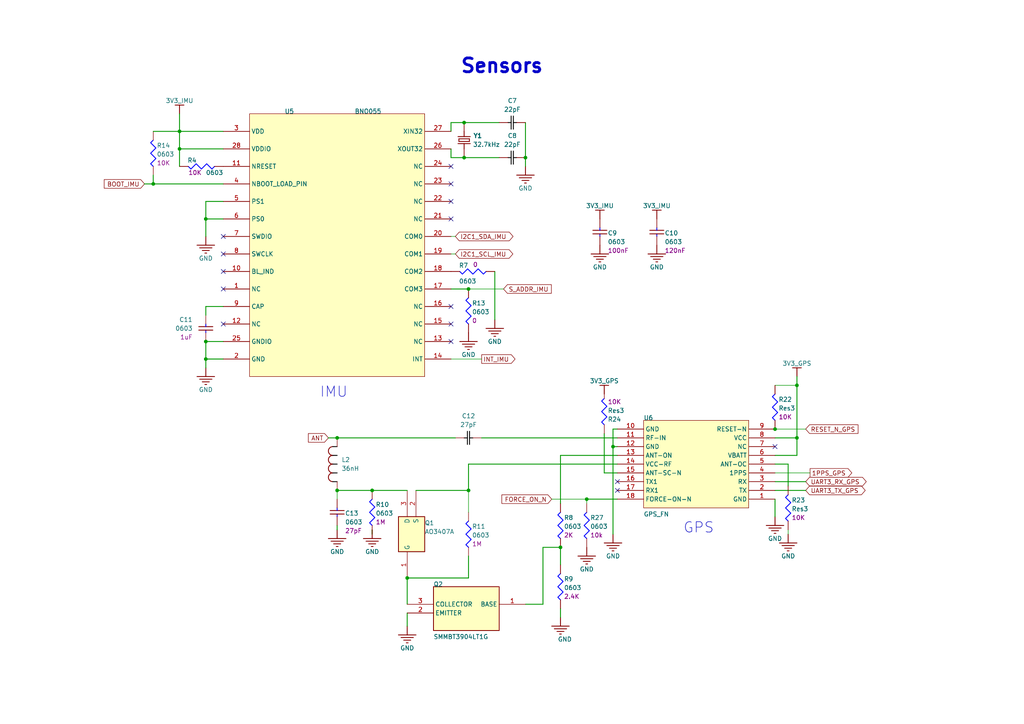
<source format=kicad_sch>
(kicad_sch (version 20230121) (generator eeschema)
  (paper "A4")
  (lib_symbols
    (symbol "Sensor-altium-import:3V3_GPS" (power)
      (property "Reference" "#PWR" (at 0 0 0))
      (property "Value" "3V3_GPS" (at 0 3.81 0))
      (symbol "3V3_GPS_0_0"
        (polyline (pts (xy -1.27 -2.54) (xy 1.27 -2.54)) (stroke (width 0.254)))
        (polyline (pts (xy 0 0) (xy 0 -2.54)) (stroke (width 0.254)))
        (pin power_in line (at 0 0 0) (length 0) hide (name "3V3_GPS") (number ""))
      )
    )
    (symbol "Sensor-altium-import:3V3_IMU" (power)
      (property "Reference" "#PWR" (at 0 0 0))
      (property "Value" "3V3_IMU" (at 0 3.81 0))
      (symbol "3V3_IMU_0_0"
        (polyline (pts (xy -1.27 -2.54) (xy 1.27 -2.54)) (stroke (width 0.254)))
        (polyline (pts (xy 0 0) (xy 0 -2.54)) (stroke (width 0.254)))
        (pin power_in line (at 0 0 0) (length 0) hide (name "3V3_IMU") (number ""))
      )
    )
    (symbol "Sensor-altium-import:GND" (power)
      (property "Reference" "#PWR" (at 0 0 0))
      (property "Value" "GND" (at 0 6.35 0))
      (symbol "GND_0_0"
        (polyline (pts (xy -2.54 -2.54) (xy 2.54 -2.54)) (stroke (width 0.254)))
        (polyline (pts (xy -1.778 -3.302) (xy 1.778 -3.302)) (stroke (width 0.254)))
        (polyline (pts (xy -1.016 -4.064) (xy 1.016 -4.064)) (stroke (width 0.254)))
        (polyline (pts (xy -0.254 -4.826) (xy 0.254 -4.826)) (stroke (width 0.254)))
        (polyline (pts (xy 0 0) (xy 0 -2.54)) (stroke (width 0.254)))
        (pin power_in line (at 0 0 0) (length 0) hide (name "GND") (number ""))
      )
    )
    (symbol "Sensor-altium-import:root_0_BNO055"
      (symbol "root_0_BNO055_1_0"
        (rectangle (start 58.42 5.08) (end 7.62 -71.12) (fill (type background)))
        (pin passive line (at 0 -45.72 0) (length 7.62) (name "NC") (number "1"))
        (pin output line (at 0 -40.64 0) (length 7.62) (name "BL_IND") (number "10"))
        (pin passive line (at 0 -10.16 0) (length 7.62) (name "NRESET") (number "11"))
        (pin passive line (at 0 -55.88 0) (length 7.62) (name "NC") (number "12"))
        (pin passive line (at 66.04 -60.96 180) (length 7.62) (name "NC") (number "13"))
        (pin output line (at 66.04 -66.04 180) (length 7.62) (name "INT") (number "14"))
        (pin passive line (at 66.04 -55.88 180) (length 7.62) (name "NC") (number "15"))
        (pin passive line (at 66.04 -50.8 180) (length 7.62) (name "NC") (number "16"))
        (pin input line (at 66.04 -45.72 180) (length 7.62) (name "COM3") (number "17"))
        (pin bidirectional line (at 66.04 -40.64 180) (length 7.62) (name "COM2") (number "18"))
        (pin bidirectional line (at 66.04 -35.56 180) (length 7.62) (name "COM1") (number "19"))
        (pin passive line (at 0 -66.04 0) (length 7.62) (name "GND") (number "2"))
        (pin bidirectional line (at 66.04 -30.48 180) (length 7.62) (name "COM0") (number "20"))
        (pin passive line (at 66.04 -25.4 180) (length 7.62) (name "NC") (number "21"))
        (pin passive line (at 66.04 -20.32 180) (length 7.62) (name "NC") (number "22"))
        (pin passive line (at 66.04 -15.24 180) (length 7.62) (name "NC") (number "23"))
        (pin passive line (at 66.04 -10.16 180) (length 7.62) (name "NC") (number "24"))
        (pin passive line (at 0 -60.96 0) (length 7.62) (name "GNDIO") (number "25"))
        (pin output line (at 66.04 -5.08 180) (length 7.62) (name "XOUT32") (number "26"))
        (pin input line (at 66.04 0 180) (length 7.62) (name "XIN32") (number "27"))
        (pin power_in line (at 0 -5.08 0) (length 7.62) (name "VDDIO") (number "28"))
        (pin power_in line (at 0 0 0) (length 7.62) (name "VDD") (number "3"))
        (pin input line (at 0 -15.24 0) (length 7.62) (name "NBOOT_LOAD_PIN") (number "4"))
        (pin input line (at 0 -20.32 0) (length 7.62) (name "PS1") (number "5"))
        (pin input line (at 0 -25.4 0) (length 7.62) (name "PS0") (number "6"))
        (pin bidirectional line (at 0 -30.48 0) (length 7.62) (name "SWDIO") (number "7"))
        (pin input line (at 0 -35.56 0) (length 7.62) (name "SWCLK") (number "8"))
        (pin passive line (at 0 -50.8 0) (length 7.62) (name "CAP") (number "9"))
      )
    )
    (symbol "Sensor-altium-import:root_0_C0603C0G1E270J030BA"
      (symbol "root_0_C0603C0G1E270J030BA_1_0"
        (polyline (pts (xy 2.54 0) (xy 3.48 0)) (stroke (width 0.254) (color 0 0 0 1)))
        (polyline (pts (xy 3.48 -1.905) (xy 3.48 1.905)) (stroke (width 0.254) (color 0 0 0 1)))
        (polyline (pts (xy 4.115 -1.905) (xy 4.115 1.905)) (stroke (width 0.254) (color 0 0 0 1)))
        (polyline (pts (xy 4.115 0) (xy 5.08 0)) (stroke (width 0.254) (color 0 0 0 1)))
        (pin passive line (at 0 0 0) (length 2.54) (name "1") (number "1"))
        (pin passive line (at 7.62 0 180) (length 2.54) (name "2") (number "2"))
      )
    )
    (symbol "Sensor-altium-import:root_0_CBR04C220F5GAC"
      (symbol "root_0_CBR04C220F5GAC_1_0"
        (polyline (pts (xy 2.54 0) (xy 3.48 0)) (stroke (width 0.254) (color 0 0 0 1)))
        (polyline (pts (xy 3.48 -1.905) (xy 3.48 1.905)) (stroke (width 0.254) (color 0 0 0 1)))
        (polyline (pts (xy 4.115 -1.905) (xy 4.115 1.905)) (stroke (width 0.254) (color 0 0 0 1)))
        (polyline (pts (xy 4.115 0) (xy 5.08 0)) (stroke (width 0.254) (color 0 0 0 1)))
        (pin passive line (at 0 0 0) (length 2.54) (name "1") (number "1"))
        (pin passive line (at 7.62 0 180) (length 2.54) (name "2") (number "2"))
      )
    )
    (symbol "Sensor-altium-import:root_0_GPS_FN"
      (symbol "root_0_GPS_FN_1_0"
        (rectangle (start 38.1 2.54) (end 7.62 -22.86) (fill (type background)))
        (pin power_in line (at 45.72 -20.32 180) (length 7.62) (name "GND") (number "1"))
        (pin power_in line (at 0 0 0) (length 7.62) (name "GND") (number "10"))
        (pin input line (at 0 -2.54 0) (length 7.62) (name "RF-IN") (number "11"))
        (pin power_in line (at 0 -5.08 0) (length 7.62) (name "GND") (number "12"))
        (pin output line (at 0 -7.62 0) (length 7.62) (name "ANT-ON") (number "13"))
        (pin power_in line (at 0 -10.16 0) (length 7.62) (name "VCC-RF") (number "14"))
        (pin input line (at 0 -12.7 0) (length 7.62) (name "ANT-SC-N") (number "15"))
        (pin output line (at 0 -15.24 0) (length 7.62) (name "TX1") (number "16"))
        (pin input line (at 0 -17.78 0) (length 7.62) (name "RX1") (number "17"))
        (pin input line (at 0 -20.32 0) (length 7.62) (name "FORCE-ON-N") (number "18"))
        (pin output line (at 45.72 -17.78 180) (length 7.62) (name "TX") (number "2"))
        (pin input line (at 45.72 -15.24 180) (length 7.62) (name "RX") (number "3"))
        (pin output line (at 45.72 -12.7 180) (length 7.62) (name "1PPS") (number "4"))
        (pin input line (at 45.72 -10.16 180) (length 7.62) (name "ANT-OC") (number "5"))
        (pin power_in line (at 45.72 -7.62 180) (length 7.62) (name "VBATT") (number "6"))
        (pin passive line (at 45.72 -5.08 180) (length 7.62) (name "NC") (number "7"))
        (pin power_in line (at 45.72 -2.54 180) (length 7.62) (name "VCC") (number "8"))
        (pin input line (at 45.72 0 180) (length 7.62) (name "RESET-N") (number "9"))
      )
    )
    (symbol "Sensor-altium-import:root_0_mirrored_SMMBT3904LT1G"
      (property "Reference" "Q2" (at -43.18 5.08 0))
      (property "Value" "SMMBT3904LT1G" (at -43.18 -10.16 0))
      (symbol "root_0_mirrored_SMMBT3904LT1G_1_0"
        (rectangle (start -43.18 5.08) (end -24.13 -7.62) (stroke (width 0.254)) (fill (type background)))
        (pin passive line (at -16.51 0 180) (length 7.62) (name "BASE") (number "1"))
        (pin passive line (at -50.8 -2.54 0) (length 7.62) (name "EMITTER") (number "2"))
        (pin passive line (at -50.8 0 0) (length 7.62) (name "COLLECTOR") (number "3"))
      )
    )
    (symbol "Sensor-altium-import:root_1_AO3407A"
      (symbol "root_1_AO3407A_1_0"
        (rectangle (start 5.08 17.78) (end -2.54 7.62) (stroke (width 0.254)) (fill (type background)))
        (pin passive line (at 0 0 90) (length 7.62) (name "G") (number "1"))
        (pin passive line (at 2.54 25.4 270) (length 7.62) (name "S") (number "2"))
        (pin passive line (at 0 25.4 270) (length 7.62) (name "D") (number "3"))
      )
    )
    (symbol "Sensor-altium-import:root_1_Cap Semi"
      (symbol "root_1_Cap Semi_1_0"
        (polyline (pts (xy 0.508 1.778) (xy 4.572 1.778)) (stroke (width 0.254)))
        (polyline (pts (xy 2.54 0) (xy 2.54 0.762)) (stroke (width 0.254) (color 0 0 255 1)))
        (polyline (pts (xy 2.54 2.54) (xy 2.54 1.778)) (stroke (width 0.254) (color 0 0 255 1)))
        (polyline (pts (xy 4.572 0.762) (xy 0.508 0.762)) (stroke (width 0.254)))
        (pin passive line (at 2.54 -2.54 90) (length 2.54) (name "1") (number "1"))
        (pin passive line (at 2.54 5.08 270) (length 2.54) (name "2") (number "2"))
      )
    )
    (symbol "Sensor-altium-import:root_1_ECS-.327-12.5-34B-C-TR"
      (symbol "root_1_ECS-.327-12.5-34B-C-TR_1_0"
        (polyline (pts (xy -1.778 -1.016) (xy 1.778 -1.016)) (stroke (width 0.254)))
        (polyline (pts (xy -1.778 1.016) (xy 1.778 1.016)) (stroke (width 0.254)))
        (polyline (pts (xy -1.524 -0.381) (xy 1.524 -0.381)) (stroke (width 0.254)))
        (polyline (pts (xy -1.524 0.381) (xy -1.524 -0.381)) (stroke (width 0.254)))
        (polyline (pts (xy 0 -2.54) (xy 0 -1.016)) (stroke (width 0.254)))
        (polyline (pts (xy 0 1.016) (xy 0 2.54)) (stroke (width 0.254)))
        (polyline (pts (xy 1.524 -0.381) (xy 1.524 0.381)) (stroke (width 0.254)))
        (polyline (pts (xy 1.524 0.381) (xy -1.524 0.381)) (stroke (width 0.254)))
        (pin passive line (at 0 -5.08 90) (length 2.54) (name "1") (number "1"))
        (pin passive line (at 0 5.08 270) (length 2.54) (name "2") (number "2"))
      )
    )
    (symbol "Sensor-altium-import:root_1_MLG0603S36NJT000"
      (symbol "root_1_MLG0603S36NJT000_1_0"
        (arc (start -1.27 5.08) (mid -2.5345 3.81) (end -1.27 2.54) (stroke (width 0.254)))
        (arc (start -1.27 7.62) (mid -2.5345 6.35) (end -1.27 5.08) (stroke (width 0.254)))
        (arc (start -1.27 10.16) (mid -2.5345 8.89) (end -1.27 7.62) (stroke (width 0.254)))
        (arc (start -1.27 12.7) (mid -2.5345 11.43) (end -1.27 10.16) (stroke (width 0.254)))
        (polyline (pts (xy 0 2.54) (xy -1.27 2.54)) (stroke (width 0.254) (color 0 0 0 1)))
        (polyline (pts (xy 0 5.08) (xy -1.27 5.08)) (stroke (width 0.254) (color 0 0 0 1)))
        (polyline (pts (xy 0 7.62) (xy -1.27 7.62)) (stroke (width 0.254) (color 0 0 0 1)))
        (polyline (pts (xy 0 10.16) (xy -1.27 10.16)) (stroke (width 0.254) (color 0 0 0 1)))
        (polyline (pts (xy 0 12.7) (xy -1.27 12.7)) (stroke (width 0.254) (color 0 0 0 1)))
        (pin passive line (at 0 15.24 270) (length 2.54) (name "1") (number "1"))
        (pin passive line (at 0 0 90) (length 2.54) (name "2") (number "2"))
      )
    )
    (symbol "Sensor-altium-import:root_1_Res3"
      (symbol "root_1_Res3_1_0"
        (polyline (pts (xy 2.54 7.62) (xy 1.778 6.858) (xy 3.302 5.334) (xy 1.778 3.81) (xy 3.302 2.286) (xy 1.778 0.762) (xy 2.54 0)) (stroke (width 0.254) (color 0 0 255 1)))
        (pin passive line (at 2.54 -2.54 90) (length 2.54) (name "1") (number "1"))
        (pin passive line (at 2.54 10.16 270) (length 2.54) (name "2") (number "2"))
      )
    )
    (symbol "Sensor-altium-import:root_2_Res3"
      (symbol "root_2_Res3_1_0"
        (polyline (pts (xy -7.62 2.54) (xy -6.858 1.778) (xy -5.334 3.302) (xy -3.81 1.778) (xy -2.286 3.302) (xy -0.762 1.778) (xy 0 2.54)) (stroke (width 0.254) (color 0 0 255 1)))
        (pin passive line (at 2.54 2.54 180) (length 2.54) (name "1") (number "1"))
        (pin passive line (at -10.16 2.54 0) (length 2.54) (name "2") (number "2"))
      )
    )
  )
  (junction (at 118.11 167.64))
  (junction (at 97.79 127))
  (junction (at 59.69 104.14))
  (junction (at 52.07 43.18))
  (junction (at 134.62 45.72))
  (junction (at 52.07 38.1))
  (junction (at 224.79 124.46))
  (junction (at 59.69 63.5))
  (junction (at 170.18 144.78))
  (junction (at 44.45 53.34))
  (junction (at 135.89 83.82))
  (junction (at 177.8 129.54))
  (junction (at 107.95 142.24))
  (junction (at 97.79 142.24))
  (junction (at 231.14 127))
  (junction (at 152.4 45.72))
  (junction (at 134.62 35.56))
  (junction (at 59.69 99.06))
  (junction (at 162.56 158.75))
  (junction (at 135.89 142.24))
  (junction (at 231.14 111.76))
  (no_connect (at 224.79 129.54))
  (no_connect (at 130.81 88.9))
  (no_connect (at 130.81 93.98))
  (no_connect (at 130.81 48.26))
  (no_connect (at 179.07 139.7))
  (no_connect (at 130.81 99.06))
  (no_connect (at 130.81 58.42))
  (no_connect (at 64.77 78.74))
  (no_connect (at 130.81 63.5))
  (no_connect (at 179.07 142.24))
  (no_connect (at 64.77 93.98))
  (no_connect (at 130.81 53.34))
  (no_connect (at 64.77 68.58))
  (no_connect (at 64.77 73.66))
  (no_connect (at 64.77 83.82))
  (wire (pts (xy 118.11 167.64) (xy 135.89 167.64)) (stroke (width 0.254)))
  (wire (pts (xy 59.69 63.5) (xy 64.77 63.5)) (stroke (width 0.254)))
  (wire (pts (xy 135.89 148.59) (xy 135.89 142.24)))
  (wire (pts (xy 59.69 91.44) (xy 59.69 88.9)) (stroke (width 0.254)))
  (wire (pts (xy 59.69 58.42) (xy 59.69 63.5)) (stroke (width 0.254)))
  (wire (pts (xy 162.56 132.08) (xy 162.56 146.05)) (stroke (width 0.254)))
  (wire (pts (xy 224.79 142.24) (xy 233.68 142.24)) (stroke (width 0.254)))
  (wire (pts (xy 52.07 43.18) (xy 52.07 48.26)) (stroke (width 0.254)))
  (wire (pts (xy 97.79 144.78) (xy 97.79 142.24)))
  (wire (pts (xy 130.81 45.72) (xy 134.62 45.72)) (stroke (width 0.254)))
  (wire (pts (xy 97.79 152.4) (xy 97.79 153.67)) (stroke (width 0.254)))
  (wire (pts (xy 224.79 139.7) (xy 233.68 139.7)) (stroke (width 0.254)))
  (wire (pts (xy 59.69 104.14) (xy 59.69 106.68)) (stroke (width 0.254)))
  (wire (pts (xy 107.95 142.24) (xy 118.11 142.24)) (stroke (width 0.254)))
  (wire (pts (xy 130.81 35.56) (xy 134.62 35.56)) (stroke (width 0.254)))
  (wire (pts (xy 228.6 134.62) (xy 228.6 140.97)) (stroke (width 0.254)))
  (wire (pts (xy 132.08 127) (xy 97.79 127)) (stroke (width 0.254)))
  (wire (pts (xy 177.8 124.46) (xy 177.8 129.54)) (stroke (width 0.254)))
  (wire (pts (xy 41.91 53.34) (xy 44.45 53.34)) (stroke (width 0.254)))
  (wire (pts (xy 135.89 167.64) (xy 135.89 161.29)) (stroke (width 0.254)))
  (wire (pts (xy 118.11 175.26) (xy 118.11 167.64)) (stroke (width 0.254)))
  (wire (pts (xy 59.69 99.06) (xy 59.69 104.14)) (stroke (width 0.254)))
  (wire (pts (xy 175.26 113.03) (xy 175.26 114.3)))
  (wire (pts (xy 118.11 177.8) (xy 118.11 181.61)) (stroke (width 0.254)))
  (wire (pts (xy 224.79 132.08) (xy 231.14 132.08)) (stroke (width 0.254)))
  (wire (pts (xy 224.79 137.16) (xy 234.95 137.16)))
  (wire (pts (xy 44.45 53.34) (xy 44.45 50.8)) (stroke (width 0.254)))
  (wire (pts (xy 130.81 83.82) (xy 135.89 83.82)) (stroke (width 0.254)))
  (wire (pts (xy 59.69 88.9) (xy 64.77 88.9)) (stroke (width 0.254)))
  (wire (pts (xy 143.51 78.74) (xy 143.51 92.71)) (stroke (width 0.254)))
  (wire (pts (xy 152.4 45.72) (xy 152.4 35.56)) (stroke (width 0.254)))
  (wire (pts (xy 130.81 38.1) (xy 130.81 35.56)) (stroke (width 0.254)))
  (wire (pts (xy 231.14 127) (xy 231.14 111.76)) (stroke (width 0.254)))
  (wire (pts (xy 130.81 73.66) (xy 132.08 73.66)))
  (wire (pts (xy 177.8 129.54) (xy 177.8 154.94)) (stroke (width 0.254)))
  (wire (pts (xy 231.14 111.76) (xy 231.14 109.22)) (stroke (width 0.254)))
  (wire (pts (xy 59.69 104.14) (xy 64.77 104.14)) (stroke (width 0.254)))
  (wire (pts (xy 97.79 142.24) (xy 107.95 142.24)) (stroke (width 0.254)))
  (wire (pts (xy 52.07 38.1) (xy 52.07 33.02)) (stroke (width 0.254)))
  (wire (pts (xy 135.89 134.62) (xy 179.07 134.62)) (stroke (width 0.254)))
  (wire (pts (xy 228.6 153.67) (xy 228.6 154.94)))
  (wire (pts (xy 170.18 144.78) (xy 170.18 146.05)))
  (wire (pts (xy 130.81 43.18) (xy 130.81 45.72)) (stroke (width 0.254)))
  (wire (pts (xy 224.79 144.78) (xy 224.79 149.86)) (stroke (width 0.254)))
  (wire (pts (xy 139.7 127) (xy 179.07 127)) (stroke (width 0.254)))
  (wire (pts (xy 134.62 35.56) (xy 144.78 35.56)) (stroke (width 0.254)))
  (wire (pts (xy 44.45 38.1) (xy 52.07 38.1)) (stroke (width 0.254)))
  (wire (pts (xy 231.14 132.08) (xy 231.14 127)) (stroke (width 0.254)))
  (wire (pts (xy 224.79 127) (xy 231.14 127)) (stroke (width 0.254)))
  (wire (pts (xy 130.81 104.14) (xy 139.7 104.14)))
  (wire (pts (xy 52.07 38.1) (xy 52.07 43.18)) (stroke (width 0.254)))
  (wire (pts (xy 152.4 175.26) (xy 157.48 175.26)) (stroke (width 0.254)))
  (wire (pts (xy 179.07 132.08) (xy 162.56 132.08)) (stroke (width 0.254)))
  (wire (pts (xy 179.07 124.46) (xy 177.8 124.46)) (stroke (width 0.254)))
  (wire (pts (xy 64.77 99.06) (xy 59.69 99.06)) (stroke (width 0.254)))
  (wire (pts (xy 130.81 68.58) (xy 132.08 68.58)))
  (wire (pts (xy 44.45 53.34) (xy 64.77 53.34)) (stroke (width 0.254)))
  (wire (pts (xy 224.79 124.46) (xy 233.68 124.46)))
  (wire (pts (xy 135.89 142.24) (xy 135.89 134.62)) (stroke (width 0.254)))
  (wire (pts (xy 224.79 134.62) (xy 228.6 134.62)) (stroke (width 0.254)))
  (wire (pts (xy 59.69 63.5) (xy 59.69 68.58)) (stroke (width 0.254)))
  (wire (pts (xy 157.48 175.26) (xy 157.48 158.75)) (stroke (width 0.254)))
  (wire (pts (xy 64.77 38.1) (xy 52.07 38.1)) (stroke (width 0.254)))
  (wire (pts (xy 64.77 58.42) (xy 59.69 58.42)) (stroke (width 0.254)))
  (wire (pts (xy 175.26 137.16) (xy 175.26 125.73)) (stroke (width 0.254)))
  (wire (pts (xy 152.4 48.26) (xy 152.4 45.72)) (stroke (width 0.254)))
  (wire (pts (xy 179.07 129.54) (xy 177.8 129.54)) (stroke (width 0.254)))
  (wire (pts (xy 135.89 83.82) (xy 146.05 83.82)))
  (wire (pts (xy 97.79 127) (xy 95.25 127)) (stroke (width 0.254)))
  (wire (pts (xy 120.65 142.24) (xy 135.89 142.24)) (stroke (width 0.254)))
  (wire (pts (xy 224.79 111.76) (xy 231.14 111.76)))
  (wire (pts (xy 162.56 163.83) (xy 162.56 158.75)) (stroke (width 0.254)))
  (wire (pts (xy 134.62 45.72) (xy 144.78 45.72)) (stroke (width 0.254)))
  (wire (pts (xy 52.07 43.18) (xy 64.77 43.18)) (stroke (width 0.254)))
  (wire (pts (xy 157.48 158.75) (xy 162.56 158.75)) (stroke (width 0.254)))
  (wire (pts (xy 107.95 153.67) (xy 107.95 154.94)) (stroke (width 0.254)))
  (wire (pts (xy 170.18 144.78) (xy 179.07 144.78)) (stroke (width 0.254)))
  (wire (pts (xy 162.56 176.53) (xy 162.56 179.07)) (stroke (width 0.254)))
  (wire (pts (xy 179.07 137.16) (xy 175.26 137.16)) (stroke (width 0.254)))
  (wire (pts (xy 160.02 144.78) (xy 170.18 144.78)))
  (text "IMU" (at 92.71 115.57 0) (effects (font (size 3 3)) (justify left bottom)))
  (text "Sensors" (at 133.35 21.59 0) (effects (font (size 4 4) (thickness 0.8) bold) (justify left bottom)))
  (text "GPS" (at 198.12 154.94 0) (effects (font (size 3 3)) (justify left bottom)))
  (global_label "I2C1_SDA_IMU" (shape bidirectional) (at 132.08 68.58 0) (property "Intersheetrefs" "${INTERSHEET_REFS}" (effects hide)))
  (global_label "UART3_RX_GPS" (shape bidirectional) (at 233.68 139.7 0) (property "Intersheetrefs" "${INTERSHEET_REFS}" (effects hide)))
  (global_label "I2C1_SCL_IMU" (shape bidirectional) (at 132.08 73.66 0) (property "Intersheetrefs" "${INTERSHEET_REFS}" (effects hide)))
  (global_label "1PPS_GPS" (shape output) (at 234.95 137.16 0) (property "Intersheetrefs" "${INTERSHEET_REFS}" (effects hide)))
  (global_label "BOOT_IMU" (shape input) (at 41.91 53.34 180) (property "Intersheetrefs" "${INTERSHEET_REFS}" (effects hide)))
  (global_label "INT_IMU" (shape output) (at 139.7 104.14 0) (property "Intersheetrefs" "${INTERSHEET_REFS}" (effects hide)))
  (global_label "ANT" (shape input) (at 95.25 127 180) (property "Intersheetrefs" "${INTERSHEET_REFS}" (effects hide)))
  (global_label "UART3_TX_GPS" (shape bidirectional) (at 233.68 142.24 0) (property "Intersheetrefs" "${INTERSHEET_REFS}" (effects hide)))
  (global_label "RESET_N_GPS" (shape input) (at 233.68 124.46 0) (property "Intersheetrefs" "${INTERSHEET_REFS}" (effects hide)))
  (global_label "S_ADDR_IMU" (shape input) (at 146.05 83.82 0) (property "Intersheetrefs" "${INTERSHEET_REFS}" (effects hide)))
  (global_label "FORCE_ON_N" (shape input) (at 160.02 144.78 180) (property "Intersheetrefs" "${INTERSHEET_REFS}" (effects hide)))
  (symbol (lib_id "Sensor-altium-import:3V3_IMU") (at 173.99 63.5 180) (unit 1)
    (property "Reference" "#PWR?" (effects hide))
    (property "Value" "3V3_IMU" (at 173.99 59.69 0))
    (instances (project "Sensor" (path "" (reference "#PWR?") (unit 1))) (project "Minibot_V1" (path "" (reference "#PWR0122") (unit 1))))
  )
  (symbol (lib_id "Sensor-altium-import:root_1_Res3") (at 41.91 48.26 0) (unit 1)
    (property "Reference" "R14" (at 45.466 42.926 0) (effects (justify left bottom)))
    (property "Value" "0603" (at 45.466 45.466 0) (effects (justify left bottom)))
    (property "Footprint" "J1-0603" (effects hide))
    (property "PUBLISHED" "8-Jun-2000" (effects hide))
    (property "LATESTREVISIONDATE" "29-May-2009" (effects hide))
    (property "LATESTREVISIONNOTE" "IPC-7351 Footprint Added." (effects hide))
    (property "PACKAGEREFERENCE" "J1-0603" (effects hide))
    (property "PUBLISHER" "Altium Limited" (effects hide))
    (property "PACKAGEDESCRIPTION" "Chip Resistor" (effects hide))
    (property "ALTIUM_VALUE" "10K" (at 45.466 48.006 0) (effects (justify left bottom)))
  )
  (symbol (lib_id "Sensor-altium-import:GND") (at 177.8 154.94 0) (unit 1)
    (property "Reference" "#PWR?" (effects hide))
    (property "Value" "GND" (at 177.8 161.29 0))
    (instances (project "Sensor" (path "" (reference "#PWR?") (unit 1))) (project "Minibot_V1" (path "" (reference "#PWR0118") (unit 1))))
  )
  (symbol (lib_id "Sensor-altium-import:root_1_Cap Semi") (at 187.96 68.58 0) (unit 1)
    (property "Reference" "C10" (at 192.786 68.326 0) (effects (justify left bottom)))
    (property "Value" "0603" (at 192.786 70.866 0) (effects (justify left bottom)))
    (property "Footprint" "1608[0603]" (effects hide))
    (property "PUBLISHED" "8-Jun-2000" (effects hide))
    (property "LATESTREVISIONDATE" "29-May-2009" (effects hide))
    (property "LATESTREVISIONNOTE" "IPC-7351 Footprint Added." (effects hide))
    (property "PACKAGEREFERENCE" "C1206" (effects hide))
    (property "PUBLISHER" "Altium Limited" (effects hide))
    (property "PACKAGEDESCRIPTION" "Chip Capacitor" (effects hide))
    (property "ALTIUM_VALUE" "120nF" (at 192.786 73.406 0) (effects (justify left bottom)))
  )
  (symbol (lib_id "Sensor-altium-import:root_1_Cap Semi") (at 95.25 149.86 0) (unit 1)
    (property "Reference" "C13" (at 100.076 149.606 0) (effects (justify left bottom)))
    (property "Value" "0603" (at 100.076 152.146 0) (effects (justify left bottom)))
    (property "Footprint" "1608[0603]" (effects hide))
    (property "PUBLISHED" "8-Jun-2000" (effects hide))
    (property "LATESTREVISIONDATE" "29-May-2009" (effects hide))
    (property "LATESTREVISIONNOTE" "IPC-7351 Footprint Added." (effects hide))
    (property "PACKAGEREFERENCE" "C1206" (effects hide))
    (property "PUBLISHER" "Altium Limited" (effects hide))
    (property "PACKAGEDESCRIPTION" "Chip Capacitor" (effects hide))
    (property "ALTIUM_VALUE" "27pF" (at 100.076 154.686 0) (effects (justify left bottom)))
  )
  (symbol (lib_id "Sensor-altium-import:root_1_Cap Semi") (at 171.45 68.58 0) (unit 1)
    (property "Reference" "C9" (at 176.276 68.326 0) (effects (justify left bottom)))
    (property "Value" "0603" (at 176.276 70.866 0) (effects (justify left bottom)))
    (property "Footprint" "1608[0603]" (effects hide))
    (property "PUBLISHED" "8-Jun-2000" (effects hide))
    (property "LATESTREVISIONDATE" "29-May-2009" (effects hide))
    (property "LATESTREVISIONNOTE" "IPC-7351 Footprint Added." (effects hide))
    (property "PACKAGEREFERENCE" "C1206" (effects hide))
    (property "PUBLISHER" "Altium Limited" (effects hide))
    (property "PACKAGEDESCRIPTION" "Chip Capacitor" (effects hide))
    (property "ALTIUM_VALUE" "100nF" (at 176.276 73.406 0) (effects (justify left bottom)))
  )
  (symbol (lib_id "Sensor-altium-import:root_0_C0603C0G1E270J030BA") (at 132.08 127 0) (unit 1)
    (property "Reference" "C12" (at 135.89 120.65 0))
    (property "Value" "27pF" (at 135.89 123.19 0))
    (property "Footprint" "C:_Users_mushe_Documents_GitHub_swarm_crawler_Minibot_V1_swarm_crawler_pcb.PcbLib_CAP_0603_TDK" (effects hide))
    (property "COPYRIGHT" "Copyright (C) 2023 Ultra Librarian. All rights reserved." (effects hide))
    (property "MFR_NAME" "TDK" (effects hide))
    (property "MANUFACTURER_PART_NUMBER" "C0603C0G1E270J030BA" (effects hide))
    (property "DIGI-KEY_PART_NUMBER_1" "445-4661-1-ND" (effects hide))
    (property "DIGI-KEY_PART_NUMBER_2" "445-4661-2-ND" (effects hide))
    (property "DIGI-KEY_PART_NUMBER_3" "445-4661-6-ND" (effects hide))
    (property "REFDES" "RefDes" (effects hide))
    (property "TYPE" "DEV" (effects hide))
  )
  (symbol (lib_id "Sensor-altium-import:GND") (at 118.11 181.61 0) (unit 1)
    (property "Reference" "#PWR?" (effects hide))
    (property "Value" "GND" (at 118.11 187.96 0))
    (instances (project "Sensor" (path "" (reference "#PWR?") (unit 1))) (project "Minibot_V1" (path "" (reference "#PWR0130") (unit 1))))
  )
  (symbol (lib_id "Sensor-altium-import:GND") (at 107.95 153.67 0) (unit 1)
    (property "Reference" "#PWR?" (effects hide))
    (property "Value" "GND" (at 107.95 160.02 0))
    (instances (project "Sensor" (path "" (reference "#PWR?") (unit 1))) (project "Minibot_V1" (path "" (reference "#PWR0132") (unit 1))))
  )
  (symbol (lib_id "Sensor-altium-import:root_1_Res3") (at 222.25 121.92 0) (unit 1)
    (property "Reference" "R22" (at 225.806 116.586 0) (effects (justify left bottom)))
    (property "Value" "Res3" (at 225.806 119.126 0) (effects (justify left bottom)))
    (property "Footprint" "J1-0603" (effects hide))
    (property "PUBLISHED" "8-Jun-2000" (effects hide))
    (property "LATESTREVISIONDATE" "29-May-2009" (effects hide))
    (property "LATESTREVISIONNOTE" "IPC-7351 Footprint Added." (effects hide))
    (property "PACKAGEREFERENCE" "J1-0603" (effects hide))
    (property "PUBLISHER" "Altium Limited" (effects hide))
    (property "PACKAGEDESCRIPTION" "Chip Resistor" (effects hide))
    (property "ALTIUM_VALUE" "10K" (at 225.806 121.666 0) (effects (justify left bottom)))
  )
  (symbol (lib_id "Sensor-altium-import:GND") (at 135.89 96.52 0) (unit 1)
    (property "Reference" "#PWR?" (effects hide))
    (property "Value" "GND" (at 135.89 102.87 0))
    (instances (project "Sensor" (path "" (reference "#PWR?") (unit 1))) (project "Minibot_V1" (path "" (reference "#PWR0128") (unit 1))))
  )
  (symbol (lib_id "Sensor-altium-import:root_1_Res3") (at 172.72 115.57 0) (mirror x) (unit 1)
    (property "Reference" "R24" (at 176.276 120.904 0) (effects (justify left bottom)))
    (property "Value" "Res3" (at 176.276 118.364 0) (effects (justify left bottom)))
    (property "Footprint" "J1-0603" (effects hide))
    (property "PUBLISHED" "8-Jun-2000" (effects hide))
    (property "LATESTREVISIONDATE" "29-May-2009" (effects hide))
    (property "LATESTREVISIONNOTE" "IPC-7351 Footprint Added." (effects hide))
    (property "PACKAGEREFERENCE" "J1-0603" (effects hide))
    (property "PUBLISHER" "Altium Limited" (effects hide))
    (property "PACKAGEDESCRIPTION" "Chip Resistor" (effects hide))
    (property "ALTIUM_VALUE" "10K" (at 176.276 115.824 0) (effects (justify left bottom)))
  )
  (symbol (lib_id "Sensor-altium-import:GND") (at 59.69 106.68 0) (unit 1)
    (property "Reference" "#PWR?" (effects hide))
    (property "Value" "GND" (at 59.69 113.03 0))
    (instances (project "Sensor" (path "" (reference "#PWR?") (unit 1))) (project "Minibot_V1" (path "" (reference "#PWR0126") (unit 1))))
  )
  (symbol (lib_id "Sensor-altium-import:GND") (at 152.4 48.26 0) (unit 1)
    (property "Reference" "#PWR?" (effects hide))
    (property "Value" "GND" (at 152.4 54.61 0))
    (instances (project "Sensor" (path "" (reference "#PWR?") (unit 1))) (project "Minibot_V1" (path "" (reference "#PWR0121") (unit 1))))
  )
  (symbol (lib_id "Sensor-altium-import:root_1_Res3") (at 160.02 173.99 0) (unit 1)
    (property "Reference" "R9" (at 163.576 168.656 0) (effects (justify left bottom)))
    (property "Value" "0603" (at 163.576 171.196 0) (effects (justify left bottom)))
    (property "Footprint" "J1-0603" (effects hide))
    (property "PUBLISHED" "8-Jun-2000" (effects hide))
    (property "LATESTREVISIONDATE" "29-May-2009" (effects hide))
    (property "LATESTREVISIONNOTE" "IPC-7351 Footprint Added." (effects hide))
    (property "PACKAGEREFERENCE" "J1-0603" (effects hide))
    (property "PUBLISHER" "Altium Limited" (effects hide))
    (property "PACKAGEDESCRIPTION" "Chip Resistor" (effects hide))
    (property "ALTIUM_VALUE" "2.4K" (at 163.576 173.736 0) (effects (justify left bottom)))
  )
  (symbol (lib_id "Sensor-altium-import:GND") (at 59.69 68.58 0) (unit 1)
    (property "Reference" "#PWR?" (effects hide))
    (property "Value" "GND" (at 59.69 74.93 0))
    (instances (project "Sensor" (path "" (reference "#PWR?") (unit 1))) (project "Minibot_V1" (path "" (reference "#PWR0115") (unit 1))))
  )
  (symbol (lib_id "Sensor-altium-import:root_1_Res3") (at 160.02 156.21 0) (unit 1)
    (property "Reference" "R8" (at 163.576 150.876 0) (effects (justify left bottom)))
    (property "Value" "0603" (at 163.576 153.416 0) (effects (justify left bottom)))
    (property "Footprint" "J1-0603" (effects hide))
    (property "PUBLISHED" "8-Jun-2000" (effects hide))
    (property "LATESTREVISIONDATE" "29-May-2009" (effects hide))
    (property "LATESTREVISIONNOTE" "IPC-7351 Footprint Added." (effects hide))
    (property "PACKAGEREFERENCE" "J1-0603" (effects hide))
    (property "PUBLISHER" "Altium Limited" (effects hide))
    (property "PACKAGEDESCRIPTION" "Chip Resistor" (effects hide))
    (property "ALTIUM_VALUE" "2K" (at 163.576 155.956 0) (effects (justify left bottom)))
  )
  (symbol (lib_id "Sensor-altium-import:root_0_CBR04C220F5GAC") (at 144.78 35.56 0) (unit 1)
    (property "Reference" "C7" (at 148.59 29.21 0))
    (property "Value" "22pF" (at 148.59 31.75 0))
    (property "Footprint" "C:_Users_mushe_Documents_GitHub_swarm_crawler_Minibot_V1_swarm_crawler_pcb.PcbLib_CAPC10555_55N_KEM" (effects hide))
    (property "COPYRIGHT" "Copyright (C) 2023 Ultra Librarian. All rights reserved." (effects hide))
    (property "MFR_NAME" "Kemet" (effects hide))
    (property "MANUFACTURER_PART_NUMBER" "CBR04C220F5GAC" (effects hide))
    (property "DIGI-KEY_PART_NUMBER_1" "399-8827-1-ND" (effects hide))
    (property "DIGI-KEY_PART_NUMBER_2" "399-8827-2-ND" (effects hide))
    (property "DIGI-KEY_PART_NUMBER_3" "399-8827-6-ND" (effects hide))
    (property "REFDES" "RefDes" (effects hide))
    (property "TYPE" "DEV" (effects hide))
  )
  (symbol (lib_id "Sensor-altium-import:root_1_AO3407A") (at 118.11 167.64 0) (unit 1)
    (property "Reference" "Q1" (at 123.19 152.4 0) (effects (justify left bottom)))
    (property "Value" "AO3407A" (at 123.19 154.94 0) (effects (justify left bottom)))
    (property "Footprint" "C:_Users_mushe_Documents_GitHub_swarm_crawler_Minibot_V1_swarm_crawler_pcb.PcbLib_SOT-23-3L_AOS" (effects hide))
    (property "COPYRIGHT" "Copyright (C) 2023 Ultra Librarian. All rights reserved." (effects hide))
    (property "MFR_NAME" "Alpha and Omega Semiconductor" (effects hide))
    (property "MANUFACTURER_PART_NUMBER" "AO3407A" (effects hide))
    (property "DIGI-KEY_PART_NUMBER_1" "785-1006-2-ND" (effects hide))
    (property "DIGI-KEY_PART_NUMBER_2" "785-1006-1-ND" (effects hide))
    (property "DIGI-KEY_PART_NUMBER_3" "785-1006-6-ND" (effects hide))
    (property "DIGI-KEY_PART_NUMBER_4" "785-1006-2-NDL" (effects hide))
    (property "REFDES" "RefDes" (effects hide))
    (property "TYPE" "DEV" (effects hide))
  )
  (symbol (lib_id "Sensor-altium-import:GND") (at 173.99 71.12 0) (unit 1)
    (property "Reference" "#PWR?" (effects hide))
    (property "Value" "GND" (at 173.99 77.47 0))
    (instances (project "Sensor" (path "" (reference "#PWR?") (unit 1))) (project "Minibot_V1" (path "" (reference "#PWR0125") (unit 1))))
  )
  (symbol (lib_id "Sensor-altium-import:root_1_Res3") (at 105.41 152.4 0) (unit 1)
    (property "Reference" "R10" (at 108.966 147.066 0) (effects (justify left bottom)))
    (property "Value" "0603" (at 108.966 149.606 0) (effects (justify left bottom)))
    (property "Footprint" "J1-0603" (effects hide))
    (property "PUBLISHED" "8-Jun-2000" (effects hide))
    (property "LATESTREVISIONDATE" "29-May-2009" (effects hide))
    (property "LATESTREVISIONNOTE" "IPC-7351 Footprint Added." (effects hide))
    (property "PACKAGEREFERENCE" "J1-0603" (effects hide))
    (property "PUBLISHER" "Altium Limited" (effects hide))
    (property "PACKAGEDESCRIPTION" "Chip Resistor" (effects hide))
    (property "ALTIUM_VALUE" "1M" (at 108.966 152.146 0) (effects (justify left bottom)))
  )
  (symbol (lib_id "Sensor-altium-import:GND") (at 143.51 92.71 0) (unit 1)
    (property "Reference" "#PWR?" (effects hide))
    (property "Value" "GND" (at 143.51 99.06 0))
    (instances (project "Sensor" (path "" (reference "#PWR?") (unit 1))) (project "Minibot_V1" (path "" (reference "#PWR0127") (unit 1))))
  )
  (symbol (lib_id "Sensor-altium-import:root_1_MLG0603S36NJT000") (at 97.79 142.24 0) (unit 1)
    (property "Reference" "L2" (at 99.06 133.35 0) (effects (justify left)))
    (property "Value" "36nH" (at 99.06 135.89 0) (effects (justify left)))
    (property "Footprint" "C:_Users_mushe_Documents_GitHub_swarm_crawler_Minibot_V1_swarm_crawler_pcb.PcbLib_IND_0603_TDK" (effects hide))
    (property "COPYRIGHT" "Copyright (C) 2023 Ultra Librarian. All rights reserved." (effects hide))
    (property "MFR_NAME" "TDK" (effects hide))
    (property "MANUFACTURER_PART_NUMBER" "MLG0603S36NJT000" (effects hide))
    (property "DIGI-KEY_PART_NUMBER_1" "445-6298-1-ND" (effects hide))
    (property "DIGI-KEY_PART_NUMBER_2" "445-6298-2-ND" (effects hide))
    (property "DIGI-KEY_PART_NUMBER_3" "445-6298-6-ND" (effects hide))
    (property "REFDES" "RefDes" (effects hide))
    (property "TYPE" "DEV" (effects hide))
  )
  (symbol (lib_id "Sensor-altium-import:root_1_Res3") (at 133.35 158.75 0) (unit 1)
    (property "Reference" "R11" (at 136.906 153.416 0) (effects (justify left bottom)))
    (property "Value" "0603" (at 136.906 155.956 0) (effects (justify left bottom)))
    (property "Footprint" "J1-0603" (effects hide))
    (property "PUBLISHED" "8-Jun-2000" (effects hide))
    (property "LATESTREVISIONDATE" "29-May-2009" (effects hide))
    (property "LATESTREVISIONNOTE" "IPC-7351 Footprint Added." (effects hide))
    (property "PACKAGEREFERENCE" "J1-0603" (effects hide))
    (property "PUBLISHER" "Altium Limited" (effects hide))
    (property "PACKAGEDESCRIPTION" "Chip Resistor" (effects hide))
    (property "ALTIUM_VALUE" "1M" (at 136.906 158.496 0) (effects (justify left bottom)))
  )
  (symbol (lib_id "Sensor-altium-import:root_2_Res3") (at 140.97 81.28 0) (unit 1)
    (property "Reference" "R7" (at 133.096 77.724 0) (effects (justify left bottom)))
    (property "Value" "0603" (at 133.096 82.296 0) (effects (justify left bottom)))
    (property "Footprint" "J1-0603" (effects hide))
    (property "PUBLISHED" "8-Jun-2000" (effects hide))
    (property "LATESTREVISIONDATE" "29-May-2009" (effects hide))
    (property "LATESTREVISIONNOTE" "IPC-7351 Footprint Added." (effects hide))
    (property "PACKAGEREFERENCE" "J1-0603" (effects hide))
    (property "PUBLISHER" "Altium Limited" (effects hide))
    (property "PACKAGEDESCRIPTION" "Chip Resistor" (effects hide))
    (property "ALTIUM_VALUE" "0" (at 137.16 77.47 0) (effects (justify left bottom)))
  )
  (symbol (lib_id "Sensor-altium-import:root_1_ECS-.327-12.5-34B-C-TR") (at 134.62 40.64 0) (unit 1)
    (property "Reference" "Y1" (at 137.16 39.37 0) (effects (font bold) (justify left)))
    (property "Value" "32.7kHz" (at 137.16 41.91 0) (effects (justify left)))
    (property "Footprint" "C:_Users_mushe_Documents_GitHub_swarm_crawler_Minibot_V1_swarm_crawler_pcb.PcbLib_XTAL_ECS-.327-12.5-34B-C-TR" (effects hide))
    (property "DIGI-KEY_PART_NUMBER" "XC1968CT-ND" (effects hide))
    (property "PACKAGE" "SMD-2 ECS International" (effects hide))
    (property "DIGIKEY-PURCHASE-URL" "https://snapeda.com/shop?store=DigiKey&id=55051" (effects hide))
    (property "MP" "ECS-.327-12.5-34B-C-TR" (effects hide))
    (property "SNAPEDA_LINK" "https://www.snapeda.com/parts/ECS-.327-12.5-34B-C-TR/ECS%20Inc./view-part/55051/?ref=snap" (effects hide))
    (property "MF" "ECS Inc." (effects hide))
    (property "ALTIUM_VALUE" "*" (effects hide))
  )
  (symbol (lib_id "Sensor-altium-import:root_0_CBR04C220F5GAC") (at 144.78 45.72 0) (unit 1)
    (property "Reference" "C8" (at 148.59 39.37 0))
    (property "Value" "22pF" (at 148.59 41.91 0))
    (property "Footprint" "C:_Users_mushe_Documents_GitHub_swarm_crawler_Minibot_V1_swarm_crawler_pcb.PcbLib_CAPC10555_55N_KEM" (effects hide))
    (property "COPYRIGHT" "Copyright (C) 2023 Ultra Librarian. All rights reserved." (effects hide))
    (property "MFR_NAME" "Kemet" (effects hide))
    (property "MANUFACTURER_PART_NUMBER" "CBR04C220F5GAC" (effects hide))
    (property "DIGI-KEY_PART_NUMBER_1" "399-8827-1-ND" (effects hide))
    (property "DIGI-KEY_PART_NUMBER_2" "399-8827-2-ND" (effects hide))
    (property "DIGI-KEY_PART_NUMBER_3" "399-8827-6-ND" (effects hide))
    (property "REFDES" "RefDes" (effects hide))
    (property "TYPE" "DEV" (effects hide))
  )
  (symbol (lib_id "Sensor-altium-import:GND") (at 228.6 154.94 0) (unit 1)
    (property "Reference" "#PWR?" (effects hide))
    (property "Value" "GND" (at 228.6 161.29 0))
    (instances (project "Sensor" (path "" (reference "#PWR?") (unit 1))) (project "Minibot_V1" (path "" (reference "#PWR0120") (unit 1))))
  )
  (symbol (lib_id "Sensor-altium-import:root_0_GPS_FN") (at 179.07 124.46 0) (unit 1)
    (property "Reference" "U6" (at 186.69 121.92 0) (effects (justify left bottom)))
    (property "Value" "GPS_FN" (at 186.69 149.86 0) (effects (justify left bottom)))
    (property "Footprint" "C:_Users_mushe_Documents_GitHub_swarm_crawler_Minibot_V1_swarm_crawler_pcb.PcbLib_SL871" (effects hide))
  )
  (symbol (lib_id "Sensor-altium-import:GND") (at 224.79 149.86 0) (unit 1)
    (property "Reference" "#PWR?" (effects hide))
    (property "Value" "GND" (at 224.79 156.21 0))
    (instances (project "Sensor" (path "" (reference "#PWR?") (unit 1))) (project "Minibot_V1" (path "" (reference "#PWR0119") (unit 1))))
  )
  (symbol (lib_id "Sensor-altium-import:3V3_GPS") (at 175.26 114.3 0) (mirror x) (unit 1)
    (property "Reference" "#PWR?" (effects hide))
    (property "Value" "3V3_GPS" (at 175.26 110.49 0))
    (instances (project "Sensor" (path "" (reference "#PWR?") (unit 1))) (project "Minibot_V1" (path "" (reference "#PWR0116") (unit 1))))
  )
  (symbol (lib_id "Sensor-altium-import:GND") (at 162.56 179.07 0) (unit 1)
    (property "Reference" "#PWR?" (effects hide))
    (property "Value" "GND" (at 163.83 185.42 0))
    (instances (project "Sensor" (path "" (reference "#PWR?") (unit 1))) (project "Minibot_V1" (path "" (reference "#PWR0129") (unit 1))))
  )
  (symbol (lib_id "Sensor-altium-import:root_1_Res3") (at 133.35 93.98 0) (unit 1)
    (property "Reference" "R13" (at 136.906 88.646 0) (effects (justify left bottom)))
    (property "Value" "0603" (at 136.906 91.186 0) (effects (justify left bottom)))
    (property "Footprint" "J1-0603" (effects hide))
    (property "PUBLISHED" "8-Jun-2000" (effects hide))
    (property "LATESTREVISIONDATE" "29-May-2009" (effects hide))
    (property "LATESTREVISIONNOTE" "IPC-7351 Footprint Added." (effects hide))
    (property "PACKAGEREFERENCE" "J1-0603" (effects hide))
    (property "PUBLISHER" "Altium Limited" (effects hide))
    (property "PACKAGEDESCRIPTION" "Chip Resistor" (effects hide))
    (property "ALTIUM_VALUE" "0" (at 136.906 93.726 0) (effects (justify left bottom)))
  )
  (symbol (lib_id "Sensor-altium-import:3V3_IMU") (at 190.5 63.5 180) (unit 1)
    (property "Reference" "#PWR?" (effects hide))
    (property "Value" "3V3_IMU" (at 190.5 59.69 0))
    (instances (project "Sensor" (path "" (reference "#PWR?") (unit 1))) (project "Minibot_V1" (path "" (reference "#PWR0123") (unit 1))))
  )
  (symbol (lib_id "Sensor-altium-import:3V3_GPS") (at 231.14 109.22 180) (unit 1)
    (property "Reference" "#PWR?" (effects hide))
    (property "Value" "3V3_GPS" (at 231.14 105.41 0))
    (instances (project "Sensor" (path "" (reference "#PWR?") (unit 1))) (project "Minibot_V1" (path "" (reference "#PWR0117") (unit 1))))
  )
  (symbol (lib_id "Sensor-altium-import:root_2_Res3") (at 62.23 50.8 0) (unit 1)
    (property "Reference" "R4" (at 54.356 47.244 0) (effects (justify left bottom)))
    (property "Value" "0603" (at 59.69 50.8 0) (effects (justify left bottom)))
    (property "Footprint" "J1-0603" (effects hide))
    (property "PUBLISHED" "8-Jun-2000" (effects hide))
    (property "LATESTREVISIONDATE" "29-May-2009" (effects hide))
    (property "LATESTREVISIONNOTE" "IPC-7351 Footprint Added." (effects hide))
    (property "PACKAGEREFERENCE" "J1-0603" (effects hide))
    (property "PUBLISHER" "Altium Limited" (effects hide))
    (property "PACKAGEDESCRIPTION" "Chip Resistor" (effects hide))
    (property "ALTIUM_VALUE" "10K" (at 54.61 50.8 0) (effects (justify left bottom)))
  )
  (symbol (lib_id "Sensor-altium-import:root_1_Res3") (at 226.06 151.13 0) (unit 1)
    (property "Reference" "R23" (at 229.616 145.796 0) (effects (justify left bottom)))
    (property "Value" "Res3" (at 229.616 148.336 0) (effects (justify left bottom)))
    (property "Footprint" "J1-0603" (effects hide))
    (property "PUBLISHED" "8-Jun-2000" (effects hide))
    (property "LATESTREVISIONDATE" "29-May-2009" (effects hide))
    (property "LATESTREVISIONNOTE" "IPC-7351 Footprint Added." (effects hide))
    (property "PACKAGEREFERENCE" "J1-0603" (effects hide))
    (property "PUBLISHER" "Altium Limited" (effects hide))
    (property "PACKAGEDESCRIPTION" "Chip Resistor" (effects hide))
    (property "ALTIUM_VALUE" "10K" (at 229.616 150.876 0) (effects (justify left bottom)))
  )
  (symbol (lib_id "Sensor-altium-import:GND") (at 190.5 71.12 0) (unit 1)
    (property "Reference" "#PWR?" (effects hide))
    (property "Value" "GND" (at 190.5 77.47 0))
    (instances (project "Sensor" (path "" (reference "#PWR?") (unit 1))) (project "Minibot_V1" (path "" (reference "#PWR0124") (unit 1))))
  )
  (symbol (lib_id "Sensor-altium-import:3V3_IMU") (at 52.07 33.02 180) (unit 1)
    (property "Reference" "#PWR?" (effects hide))
    (property "Value" "3V3_IMU" (at 52.07 29.21 0))
    (instances (project "Sensor" (path "" (reference "#PWR?") (unit 1))) (project "Minibot_V1" (path "" (reference "#PWR0114") (unit 1))))
  )
  (symbol (lib_id "Sensor-altium-import:root_1_Res3") (at 167.64 156.21 0) (unit 1)
    (property "Reference" "R27" (at 171.196 150.876 0) (effects (justify left bottom)))
    (property "Value" "0603" (at 171.196 153.416 0) (effects (justify left bottom)))
    (property "Footprint" "J1-0603" (effects hide))
    (property "PUBLISHED" "8-Jun-2000" (effects hide))
    (property "LATESTREVISIONDATE" "29-May-2009" (effects hide))
    (property "LATESTREVISIONNOTE" "IPC-7351 Footprint Added." (effects hide))
    (property "PACKAGEREFERENCE" "J1-0603" (effects hide))
    (property "PUBLISHER" "Altium Limited" (effects hide))
    (property "PACKAGEDESCRIPTION" "Chip Resistor" (effects hide))
    (property "ALTIUM_VALUE" "10k" (at 171.196 155.956 0) (effects (justify left bottom)))
  )
  (symbol (lib_id "Sensor-altium-import:root_0_BNO055") (at 64.77 38.1 0) (unit 1)
    (property "Reference" "U5" (at 82.55 33.02 0) (effects (justify left bottom)))
    (property "Value" "BNO055" (at 102.87 33.02 0) (effects (justify left bottom)))
    (property "Footprint" "C:_Users_mushe_Documents_GitHub_swarm_crawler_Minibot_V1_swarm_crawler_pcb.PcbLib_QFN_BNO055_BOS" (effects hide))
    (property "COPYRIGHT" "Copyright (C) 2023 Ultra Librarian. All rights reserved." (effects hide))
    (property "MFR_NAME" "Bosch Sensortec" (effects hide))
    (property "MANUFACTURER_PART_NUMBER" "BNO055" (effects hide))
    (property "DIGI-KEY_PART_NUMBER_1" "828-1058-1-ND" (effects hide))
    (property "DIGI-KEY_PART_NUMBER_2" "828-1058-2-ND" (effects hide))
    (property "DIGI-KEY_PART_NUMBER_3" "828-1058-6-ND" (effects hide))
    (property "REFDES" "RefDes" (effects hide))
    (property "TYPE" "DEV" (effects hide))
  )
  (symbol (lib_id "Sensor-altium-import:root_0_mirrored_SMMBT3904LT1G") (at 168.91 175.26 0) (unit 1)
    (property "Reference" "Q2" (at 125.73 170.18 0) (effects (justify left bottom)))
    (property "Value" "SMMBT3904LT1G" (at 125.73 185.42 0) (effects (justify left bottom)))
    (property "Footprint" "C:_Users_mushe_Documents_GitHub_swarm_crawler_Minibot_V1_swarm_crawler_pcb.PcbLib_SOT-23-3_1P4X3P040_ONS" (effects hide))
    (property "COPYRIGHT" "Copyright (C) 2023 Ultra Librarian. All rights reserved." (effects hide))
    (property "MFR_NAME" "onsemi" (effects hide))
    (property "MANUFACTURER_PART_NUMBER" "SMMBT3904LT1G" (effects hide))
    (property "DIGI-KEY_PART_NUMBER_1" "SMMBT3904LT1GOSTR-ND" (effects hide))
    (property "DIGI-KEY_PART_NUMBER_2" "SMMBT3904LT1GOSCT-ND" (effects hide))
    (property "DIGI-KEY_PART_NUMBER_3" "SMMBT3904LT1GOSDKR-ND" (effects hide))
    (property "REFDES" "RefDes" (effects hide))
    (property "TYPE" "DEV" (effects hide))
  )
  (symbol (lib_id "Sensor-altium-import:GND") (at 170.18 158.75 0) (unit 1)
    (property "Reference" "#PWR?" (effects hide))
    (property "Value" "GND" (at 170.18 165.1 0))
    (instances (project "Sensor" (path "" (reference "#PWR?") (unit 1))) (project "Minibot_V1" (path "" (reference "#PWR0133") (unit 1))))
  )
  (symbol (lib_id "Sensor-altium-import:GND") (at 97.79 153.67 0) (unit 1)
    (property "Reference" "#PWR?" (effects hide))
    (property "Value" "GND" (at 97.79 160.02 0))
    (instances (project "Sensor" (path "" (reference "#PWR?") (unit 1))) (project "Minibot_V1" (path "" (reference "#PWR0131") (unit 1))))
  )
  (symbol (lib_id "Sensor-altium-import:root_1_Cap Semi") (at 57.15 96.52 0) (unit 1)
    (property "Reference" "C11" (at 55.88 92.71 0) (effects (justify right)))
    (property "Value" "0603" (at 55.88 95.25 0) (effects (justify right)))
    (property "Footprint" "1608[0603]" (effects hide))
    (property "PUBLISHED" "8-Jun-2000" (effects hide))
    (property "LATESTREVISIONDATE" "29-May-2009" (effects hide))
    (property "LATESTREVISIONNOTE" "IPC-7351 Footprint Added." (effects hide))
    (property "PACKAGEREFERENCE" "C1206" (effects hide))
    (property "PUBLISHER" "Altium Limited" (effects hide))
    (property "PACKAGEDESCRIPTION" "Chip Capacitor" (effects hide))
    (property "ALTIUM_VALUE" "1uF" (at 55.88 97.79 0) (effects (justify right)))
  )
)
</source>
